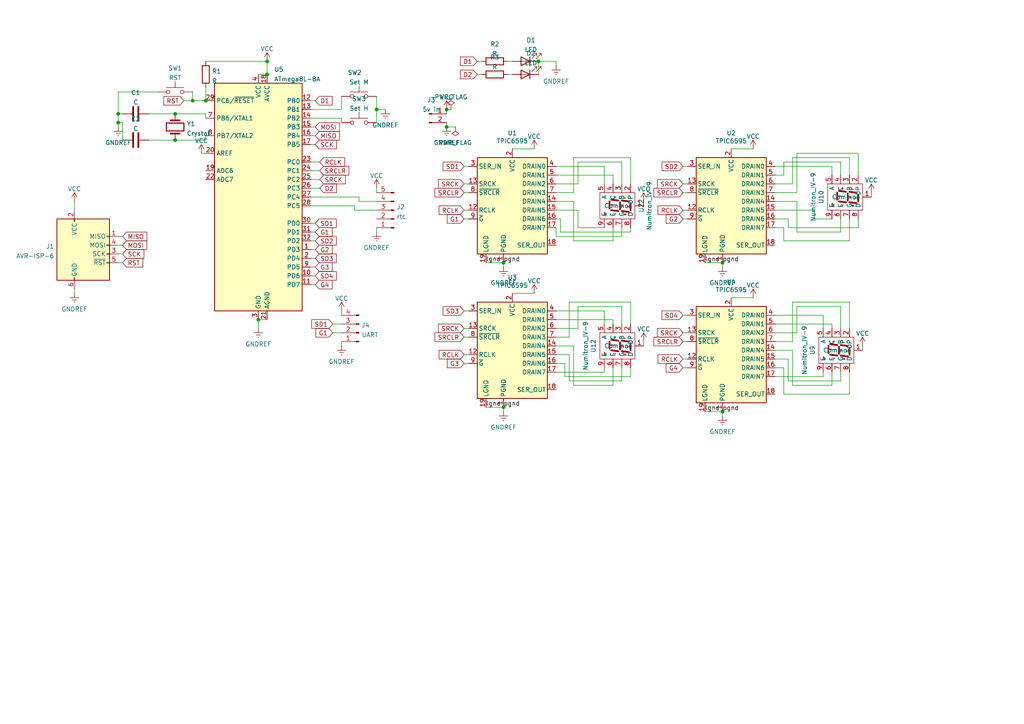
<source format=kicad_sch>
(kicad_sch (version 20211123) (generator eeschema)
  (paper "A4")
  (lib_symbols
    (symbol "Connector:AVR-ISP-6" (pin_names (offset 1.016))
      (property "Reference" "J" (at -6.35 11.43 0))
      (property "Value" "AVR-ISP-6" (at 0 11.43 0))
      (symbol "AVR-ISP-6_0_1"
        (rectangle (start -2.667 -6.858) (end -2.413 -7.62))
        (rectangle (start -2.667 10.16) (end -2.413 9.398))
        (rectangle (start 7.62 -2.413) (end 6.858 -2.667))
        (rectangle (start 7.62 0.127) (end 6.858 -0.127))
        (rectangle (start 7.62 2.667) (end 6.858 2.413))
        (rectangle (start 7.62 5.207) (end 6.858 4.953))
        (rectangle (start 7.62 10.16) (end -7.62 -7.62) (stroke (width 0.254)) (fill (type background)))
      )
      (symbol "AVR-ISP-6_1_1"
        (pin passive line (at 10.16 5.08 180) (length 2.54) (name "MISO") (number "1"))
        (pin passive line (at -2.54 12.7 270) (length 2.54) (name "VCC") (number "2"))
        (pin passive line (at 10.16 0 180) (length 2.54) (name "SCK") (number "3"))
        (pin passive line (at 10.16 2.54 180) (length 2.54) (name "MOSI") (number "4"))
        (pin passive line (at 10.16 -2.54 180) (length 2.54) (name "~{RST}") (number "5"))
        (pin passive line (at -2.54 -10.16 90) (length 2.54) (name "GND") (number "6"))
      )
    )
    (symbol "Connector:Conn_01x02_Male" (pin_names (offset 1.016) hide)
      (property "Reference" "J" (at 0 2.54 0))
      (property "Value" "Conn_01x02_Male" (at 0 -5.08 0))
      (symbol "Conn_01x02_Male_1_1"
        (polyline (pts (xy 1.27 -2.54) (xy 0.8636 -2.54)) (stroke (width 0.1524)))
        (polyline (pts (xy 1.27 0) (xy 0.8636 0)) (stroke (width 0.1524)))
        (rectangle (start 0.8636 -2.413) (end 0 -2.667) (stroke (width 0.1524)) (fill (type outline)))
        (rectangle (start 0.8636 0.127) (end 0 -0.127) (stroke (width 0.1524)) (fill (type outline)))
        (pin passive line (at 5.08 0 180) (length 3.81) (name "Pin_1") (number "1"))
        (pin passive line (at 5.08 -2.54 180) (length 3.81) (name "Pin_2") (number "2"))
      )
    )
    (symbol "Connector:Conn_01x04_Male" (pin_names (offset 1.016) hide)
      (property "Reference" "J" (at 0 5.08 0))
      (property "Value" "Conn_01x04_Male" (at 0 -7.62 0))
      (symbol "Conn_01x04_Male_1_1"
        (polyline (pts (xy 1.27 -5.08) (xy 0.8636 -5.08)) (stroke (width 0.1524)))
        (polyline (pts (xy 1.27 -2.54) (xy 0.8636 -2.54)) (stroke (width 0.1524)))
        (polyline (pts (xy 1.27 0) (xy 0.8636 0)) (stroke (width 0.1524)))
        (polyline (pts (xy 1.27 2.54) (xy 0.8636 2.54)) (stroke (width 0.1524)))
        (rectangle (start 0.8636 -4.953) (end 0 -5.207) (stroke (width 0.1524)) (fill (type outline)))
        (rectangle (start 0.8636 -2.413) (end 0 -2.667) (stroke (width 0.1524)) (fill (type outline)))
        (rectangle (start 0.8636 0.127) (end 0 -0.127) (stroke (width 0.1524)) (fill (type outline)))
        (rectangle (start 0.8636 2.667) (end 0 2.413) (stroke (width 0.1524)) (fill (type outline)))
        (pin passive line (at 5.08 2.54 180) (length 3.81) (name "Pin_1") (number "1"))
        (pin passive line (at 5.08 0 180) (length 3.81) (name "Pin_2") (number "2"))
        (pin passive line (at 5.08 -2.54 180) (length 3.81) (name "Pin_3") (number "3"))
        (pin passive line (at 5.08 -5.08 180) (length 3.81) (name "Pin_4") (number "4"))
      )
    )
    (symbol "Connector:Conn_01x05_Male" (pin_names (offset 1.016) hide)
      (property "Reference" "J" (at 0 7.62 0))
      (property "Value" "Conn_01x05_Male" (at 0 -7.62 0))
      (symbol "Conn_01x05_Male_1_1"
        (polyline (pts (xy 1.27 -5.08) (xy 0.8636 -5.08)) (stroke (width 0.1524)))
        (polyline (pts (xy 1.27 -2.54) (xy 0.8636 -2.54)) (stroke (width 0.1524)))
        (polyline (pts (xy 1.27 0) (xy 0.8636 0)) (stroke (width 0.1524)))
        (polyline (pts (xy 1.27 2.54) (xy 0.8636 2.54)) (stroke (width 0.1524)))
        (polyline (pts (xy 1.27 5.08) (xy 0.8636 5.08)) (stroke (width 0.1524)))
        (rectangle (start 0.8636 -4.953) (end 0 -5.207) (stroke (width 0.1524)) (fill (type outline)))
        (rectangle (start 0.8636 -2.413) (end 0 -2.667) (stroke (width 0.1524)) (fill (type outline)))
        (rectangle (start 0.8636 0.127) (end 0 -0.127) (stroke (width 0.1524)) (fill (type outline)))
        (rectangle (start 0.8636 2.667) (end 0 2.413) (stroke (width 0.1524)) (fill (type outline)))
        (rectangle (start 0.8636 5.207) (end 0 4.953) (stroke (width 0.1524)) (fill (type outline)))
        (pin passive line (at 5.08 5.08 180) (length 3.81) (name "Pin_1") (number "1"))
        (pin passive line (at 5.08 2.54 180) (length 3.81) (name "Pin_2") (number "2"))
        (pin passive line (at 5.08 0 180) (length 3.81) (name "Pin_3") (number "3"))
        (pin passive line (at 5.08 -2.54 180) (length 3.81) (name "Pin_4") (number "4"))
        (pin passive line (at 5.08 -5.08 180) (length 3.81) (name "Pin_5") (number "5"))
      )
    )
    (symbol "Device:C" (pin_numbers hide) (pin_names (offset 0.254))
      (property "Reference" "C" (at 0.635 2.54 0))
      (property "Value" "C" (at 0.635 -2.54 0))
      (symbol "C_0_1"
        (polyline (pts (xy -2.032 -0.762) (xy 2.032 -0.762)) (stroke (width 0.508)))
        (polyline (pts (xy -2.032 0.762) (xy 2.032 0.762)) (stroke (width 0.508)))
      )
      (symbol "C_1_1"
        (pin passive line (at 0 3.81 270) (length 2.794) (name "~") (number "1"))
        (pin passive line (at 0 -3.81 90) (length 2.794) (name "~") (number "2"))
      )
    )
    (symbol "Device:Crystal" (pin_numbers hide) (pin_names (offset 1.016) hide)
      (property "Reference" "Y" (at 0 3.81 0))
      (property "Value" "Crystal" (at 0 -3.81 0))
      (symbol "Crystal_0_1"
        (rectangle (start -1.143 2.54) (end 1.143 -2.54) (stroke (width 0.3048)))
        (polyline (pts (xy -2.54 0) (xy -1.905 0)))
        (polyline (pts (xy -1.905 -1.27) (xy -1.905 1.27)) (stroke (width 0.508)))
        (polyline (pts (xy 1.905 -1.27) (xy 1.905 1.27)) (stroke (width 0.508)))
        (polyline (pts (xy 2.54 0) (xy 1.905 0)))
      )
      (symbol "Crystal_1_1"
        (pin passive line (at -3.81 0 0) (length 1.27) (name "1") (number "1"))
        (pin passive line (at 3.81 0 180) (length 1.27) (name "2") (number "2"))
      )
    )
    (symbol "Device:LED" (pin_numbers hide) (pin_names (offset 1.016) hide)
      (property "Reference" "D" (at 0 2.54 0))
      (property "Value" "LED" (at 0 -2.54 0))
      (symbol "LED_0_1"
        (polyline (pts (xy -1.27 -1.27) (xy -1.27 1.27)) (stroke (width 0.254)))
        (polyline (pts (xy -1.27 0) (xy 1.27 0)))
        (polyline (pts (xy 1.27 -1.27) (xy 1.27 1.27) (xy -1.27 0) (xy 1.27 -1.27)) (stroke (width 0.254)))
        (polyline (pts (xy -3.048 -0.762) (xy -4.572 -2.286) (xy -3.81 -2.286) (xy -4.572 -2.286) (xy -4.572 -1.524)))
        (polyline (pts (xy -1.778 -0.762) (xy -3.302 -2.286) (xy -2.54 -2.286) (xy -3.302 -2.286) (xy -3.302 -1.524)))
      )
      (symbol "LED_1_1"
        (pin passive line (at -3.81 0 0) (length 2.54) (name "K") (number "1"))
        (pin passive line (at 3.81 0 180) (length 2.54) (name "A") (number "2"))
      )
    )
    (symbol "Device:R" (pin_numbers hide) (pin_names (offset 0))
      (property "Reference" "R" (at 2.032 0 90))
      (property "Value" "R" (at 0 0 90))
      (symbol "R_0_1"
        (rectangle (start -1.016 -2.54) (end 1.016 2.54) (stroke (width 0.254)))
      )
      (symbol "R_1_1"
        (pin passive line (at 0 3.81 270) (length 1.27) (name "~") (number "1"))
        (pin passive line (at 0 -3.81 90) (length 1.27) (name "~") (number "2"))
      )
    )
    (symbol "Interface_Expansion:TPIC6595" (pin_names (offset 0.381))
      (property "Reference" "U" (at -8.89 13.97 0))
      (property "Value" "TPIC6595" (at 6.35 13.97 0))
      (symbol "TPIC6595_0_1"
        (rectangle (start -10.16 12.7) (end 10.16 -15.24) (stroke (width 0.254)) (fill (type background)))
      )
      (symbol "TPIC6595_1_1"
        (pin power_in line (at -2.54 -17.78 90) (length 2.54) (name "PGND") (number "1"))
        (pin passive line (at -2.54 -17.78 90) (length 2.54) hide (name "PGND") (number "10"))
        (pin passive line (at -2.54 -17.78 90) (length 2.54) hide (name "PGND") (number "11"))
        (pin input line (at -12.7 -2.54 0) (length 2.54) (name "RCLK") (number "12"))
        (pin input line (at -12.7 5.08 0) (length 2.54) (name "SRCK") (number "13"))
        (pin open_collector line (at 12.7 0 180) (length 2.54) (name "DRAIN4") (number "14"))
        (pin open_collector line (at 12.7 -2.54 180) (length 2.54) (name "DRAIN5") (number "15"))
        (pin open_collector line (at 12.7 -5.08 180) (length 2.54) (name "DRAIN6") (number "16"))
        (pin open_collector line (at 12.7 -7.62 180) (length 2.54) (name "DRAIN7") (number "17"))
        (pin output line (at 12.7 -12.7 180) (length 2.54) (name "SER_OUT") (number "18"))
        (pin power_in line (at -7.62 -17.78 90) (length 2.54) (name "LGND") (number "19"))
        (pin power_in line (at 0 15.24 270) (length 2.54) (name "VCC") (number "2"))
        (pin passive line (at -2.54 -17.78 90) (length 2.54) hide (name "PGND") (number "20"))
        (pin input line (at -12.7 10.16 0) (length 2.54) (name "SER_IN") (number "3"))
        (pin open_collector line (at 12.7 10.16 180) (length 2.54) (name "DRAIN0") (number "4"))
        (pin open_collector line (at 12.7 7.62 180) (length 2.54) (name "DRAIN1") (number "5"))
        (pin open_collector line (at 12.7 5.08 180) (length 2.54) (name "DRAIN2") (number "6"))
        (pin open_collector line (at 12.7 2.54 180) (length 2.54) (name "DRAIN3") (number "7"))
        (pin input line (at -12.7 2.54 0) (length 2.54) (name "~{SRCLR}") (number "8"))
        (pin input line (at -12.7 -5.08 0) (length 2.54) (name "~{G}") (number "9"))
      )
    )
    (symbol "MCU_Microchip_ATmega:ATmega8L-8A"
      (property "Reference" "U" (at -12.7 34.29 0))
      (property "Value" "ATmega8L-8A" (at 5.08 -34.29 0))
      (symbol "ATmega8L-8A_0_1"
        (rectangle (start -12.7 -33.02) (end 12.7 33.02) (stroke (width 0.254)) (fill (type background)))
      )
      (symbol "ATmega8L-8A_1_1"
        (pin bidirectional line (at 15.24 -15.24 180) (length 2.54) (name "PD3") (number "1"))
        (pin bidirectional line (at 15.24 -22.86 180) (length 2.54) (name "PD6") (number "10"))
        (pin bidirectional line (at 15.24 -25.4 180) (length 2.54) (name "PD7") (number "11"))
        (pin bidirectional line (at 15.24 27.94 180) (length 2.54) (name "PB0") (number "12"))
        (pin bidirectional line (at 15.24 25.4 180) (length 2.54) (name "PB1") (number "13"))
        (pin bidirectional line (at 15.24 22.86 180) (length 2.54) (name "PB2") (number "14"))
        (pin bidirectional line (at 15.24 20.32 180) (length 2.54) (name "PB3") (number "15"))
        (pin bidirectional line (at 15.24 17.78 180) (length 2.54) (name "PB4") (number "16"))
        (pin bidirectional line (at 15.24 15.24 180) (length 2.54) (name "PB5") (number "17"))
        (pin power_in line (at 2.54 35.56 270) (length 2.54) (name "AVCC") (number "18"))
        (pin input line (at -15.24 7.62 0) (length 2.54) (name "ADC6") (number "19"))
        (pin bidirectional line (at 15.24 -17.78 180) (length 2.54) (name "PD4") (number "2"))
        (pin passive line (at -15.24 12.7 0) (length 2.54) (name "AREF") (number "20"))
        (pin power_in line (at 2.54 -35.56 90) (length 2.54) (name "AGND") (number "21"))
        (pin input line (at -15.24 5.08 0) (length 2.54) (name "ADC7") (number "22"))
        (pin bidirectional line (at 15.24 10.16 180) (length 2.54) (name "PC0") (number "23"))
        (pin bidirectional line (at 15.24 7.62 180) (length 2.54) (name "PC1") (number "24"))
        (pin bidirectional line (at 15.24 5.08 180) (length 2.54) (name "PC2") (number "25"))
        (pin bidirectional line (at 15.24 2.54 180) (length 2.54) (name "PC3") (number "26"))
        (pin bidirectional line (at 15.24 0 180) (length 2.54) (name "PC4") (number "27"))
        (pin bidirectional line (at 15.24 -2.54 180) (length 2.54) (name "PC5") (number "28"))
        (pin bidirectional line (at -15.24 27.94 0) (length 2.54) (name "PC6/~{RESET}") (number "29"))
        (pin power_in line (at 0 -35.56 90) (length 2.54) (name "GND") (number "3"))
        (pin bidirectional line (at 15.24 -7.62 180) (length 2.54) (name "PD0") (number "30"))
        (pin bidirectional line (at 15.24 -10.16 180) (length 2.54) (name "PD1") (number "31"))
        (pin bidirectional line (at 15.24 -12.7 180) (length 2.54) (name "PD2") (number "32"))
        (pin power_in line (at 0 35.56 270) (length 2.54) (name "VCC") (number "4"))
        (pin passive line (at 0 -35.56 90) (length 2.54) hide (name "GND") (number "5"))
        (pin passive line (at 0 35.56 270) (length 2.54) hide (name "VCC") (number "6"))
        (pin bidirectional line (at -15.24 22.86 0) (length 2.54) (name "PB6/XTAL1") (number "7"))
        (pin bidirectional line (at -15.24 17.78 0) (length 2.54) (name "PB7/XTAL2") (number "8"))
        (pin bidirectional line (at 15.24 -20.32 180) (length 2.54) (name "PD5") (number "9"))
      )
    )
    (symbol "Switch:SW_Push" (pin_numbers hide) (pin_names (offset 1.016) hide)
      (property "Reference" "SW" (at 1.27 2.54 0))
      (property "Value" "SW_Push" (at 0 -1.524 0))
      (symbol "SW_Push_0_1"
        (circle (center -2.032 0) (radius 0.508))
        (polyline (pts (xy 0 1.27) (xy 0 3.048)))
        (polyline (pts (xy 2.54 1.27) (xy -2.54 1.27)))
        (circle (center 2.032 0) (radius 0.508))
        (pin passive line (at -5.08 0 0) (length 2.54) (name "1") (number "1"))
        (pin passive line (at 5.08 0 180) (length 2.54) (name "2") (number "2"))
      )
    )
    (symbol "numitron:Numitron_IV-9-Display" (pin_names (offset 0.635))
      (property "Reference" "U" (at -2.54 13.97 0))
      (property "Value" "Numitron_IV-9-Display" (at 1.27 13.97 0))
      (symbol "Numitron_IV-9-Display_0_0"
        (text "A" (at 0.254 3.048 0) (effects (font (size 0.508 0.508))))
        (text "B" (at 2.54 2.286 0) (effects (font (size 0.508 0.508))))
        (text "C" (at 2.286 -0.762 0) (effects (font (size 0.508 0.508))))
        (text "D" (at -0.254 -1.524 0) (effects (font (size 0.508 0.508))))
        (text "DP" (at 2.286 -3.556 0) (effects (font (size 0.508 0.508))))
        (text "E" (at -2.54 -0.762 0) (effects (font (size 0.508 0.508))))
        (text "F" (at -2.286 2.286 0) (effects (font (size 0.508 0.508))))
        (text "G" (at 0 1.524 0) (effects (font (size 0.508 0.508))))
      )
      (symbol "Numitron_IV-9-Display_0_1"
        (rectangle (start -3.81 5.08) (end 3.81 -5.08))
        (polyline (pts (xy -1.524 0.254) (xy -1.778 -1.778)) (stroke (width 0.508)))
        (polyline (pts (xy -1.27 -2.286) (xy 0.762 -2.286)) (stroke (width 0.508)))
        (polyline (pts (xy -1.27 3.302) (xy -1.524 1.27)) (stroke (width 0.508)))
        (polyline (pts (xy -1.016 0.762) (xy 1.016 0.762)) (stroke (width 0.508)))
        (polyline (pts (xy -0.762 3.81) (xy 1.27 3.81)) (stroke (width 0.508)))
        (polyline (pts (xy 1.524 0.254) (xy 1.27 -1.778)) (stroke (width 0.508)))
        (polyline (pts (xy 1.778 3.302) (xy 1.524 1.27)) (stroke (width 0.508)))
        (polyline (pts (xy 2.54 -2.286) (xy 2.54 -2.286)) (stroke (width 0.508)))
      )
      (symbol "Numitron_IV-9-Display_1_1"
        (pin passive line (at 0 7.62 270) (length 2.54) (name "Common") (number "1"))
        (pin passive line (at -6.35 3.81 0) (length 2.54) (name "DP") (number "2"))
        (pin passive line (at -6.35 1.27 0) (length 2.54) (name "B") (number "3"))
        (pin passive line (at -6.35 -1.27 0) (length 2.54) (name "C") (number "4"))
        (pin passive line (at -6.35 -3.81 0) (length 2.54) (name "A") (number "5"))
        (pin passive line (at 6.35 -1.27 180) (length 2.54) (name "F") (number "6"))
        (pin passive line (at 6.35 1.27 180) (length 2.54) (name "G") (number "7"))
        (pin passive line (at 6.35 3.81 180) (length 2.54) (name "D") (number "8"))
        (pin passive line (at 6.35 -3.81 180) (length 2.54) (name "E") (number "9"))
      )
    )
    (symbol "power:GNDREF" (power) (pin_names (offset 0))
      (property "Value" "GNDREF" (at 0 -3.81 0))
      (symbol "GNDREF_0_1"
        (polyline (pts (xy -0.635 -1.905) (xy 0.635 -1.905)))
        (polyline (pts (xy -0.127 -2.54) (xy 0.127 -2.54)))
        (polyline (pts (xy 0 -1.27) (xy 0 0)))
        (polyline (pts (xy 1.27 -1.27) (xy -1.27 -1.27)))
      )
      (symbol "GNDREF_1_1"
        (pin power_in line (at 0 0 270) (length 0) hide (name "GNDREF") (number "1"))
      )
    )
    (symbol "power:PWR_FLAG" (power) (pin_numbers hide) (pin_names (offset 0) hide)
      (property "Value" "PWR_FLAG" (at 0 3.81 0))
      (symbol "PWR_FLAG_0_0"
        (pin power_out line (at 0 0 90) (length 0) (name "pwr") (number "1"))
      )
      (symbol "PWR_FLAG_0_1"
        (polyline (pts (xy 0 0) (xy 0 1.27) (xy -1.016 1.905) (xy 0 2.54) (xy 1.016 1.905) (xy 0 1.27)))
      )
    )
    (symbol "power:VCC" (power) (pin_names (offset 0))
      (property "Value" "VCC" (at 0 3.81 0))
      (symbol "VCC_0_1"
        (polyline (pts (xy -0.762 1.27) (xy 0 2.54)))
        (polyline (pts (xy 0 0) (xy 0 2.54)))
        (polyline (pts (xy 0 2.54) (xy 0.762 1.27)))
      )
      (symbol "VCC_1_1"
        (pin power_in line (at 0 0 90) (length 0) hide (name "VCC") (number "1"))
      )
    )
  )
  (junction (at 34.29 33.02))
  (junction (at 129.54 31.75))
  (junction (at 50.8 40.64))
  (junction (at 209.55 119.38))
  (junction (at 77.47 17.78))
  (junction (at 146.05 118.11))
  (junction (at 209.55 76.2))
  (junction (at 109.22 31.75))
  (junction (at 59.69 29.21))
  (junction (at 146.05 76.2))
  (junction (at 74.93 92.71))
  (junction (at 77.47 21.59))
  (junction (at 129.54 36.83))
  (junction (at 55.88 29.21))
  (junction (at 50.8 33.02))
  (junction (at 156.21 17.78))
  (junction (at 34.29 35.56))
  (wire (pts (xy 198.12 60.96) (xy 199.39 60.96)))
  (wire (pts (xy 161.29 17.78) (xy 161.29 19.05)))
  (wire (pts (xy 21.59 83.82) (xy 21.59 85.09)))
  (wire (pts (xy 43.18 40.64) (xy 50.8 40.64)))
  (wire (pts (xy 90.17 41.91) (xy 91.44 41.91)))
  (wire (pts (xy 241.3 111.76) (xy 241.3 107.95)))
  (wire (pts (xy 167.64 88.9) (xy 180.34 88.9)))
  (wire (pts (xy 229.87 101.6) (xy 229.87 111.76)))
  (wire (pts (xy 156.21 17.78) (xy 156.21 21.59)))
  (wire (pts (xy 163.83 105.41) (xy 163.83 109.22)))
  (wire (pts (xy 180.34 110.49) (xy 180.34 106.68)))
  (wire (pts (xy 224.79 91.44) (xy 238.76 91.44)))
  (wire (pts (xy 165.1 87.63) (xy 182.88 87.63)))
  (wire (pts (xy 227.33 69.85) (xy 246.38 69.85)))
  (wire (pts (xy 43.18 33.02) (xy 50.8 33.02)))
  (wire (pts (xy 161.29 66.04) (xy 161.29 68.58)))
  (wire (pts (xy 59.69 33.02) (xy 59.69 34.29)))
  (wire (pts (xy 198.12 63.5) (xy 199.39 63.5)))
  (wire (pts (xy 182.88 87.63) (xy 182.88 93.98)))
  (wire (pts (xy 90.17 82.55) (xy 91.44 82.55)))
  (wire (pts (xy 224.79 53.34) (xy 229.87 53.34)))
  (wire (pts (xy 109.22 27.94) (xy 109.22 31.75)))
  (wire (pts (xy 224.79 109.22) (xy 238.76 109.22)))
  (wire (pts (xy 129.54 35.56) (xy 129.54 36.83)))
  (wire (pts (xy 59.69 33.02) (xy 50.8 33.02)))
  (wire (pts (xy 198.12 96.52) (xy 199.39 96.52)))
  (wire (pts (xy 161.29 50.8) (xy 177.8 50.8)))
  (wire (pts (xy 55.88 26.67) (xy 55.88 29.21)))
  (wire (pts (xy 161.29 63.5) (xy 162.56 63.5)))
  (wire (pts (xy 231.14 67.31) (xy 243.84 67.31)))
  (wire (pts (xy 177.8 50.8) (xy 177.8 53.34)))
  (wire (pts (xy 90.17 72.39) (xy 91.44 72.39)))
  (wire (pts (xy 96.52 96.52) (xy 99.06 96.52)))
  (wire (pts (xy 180.34 88.9) (xy 180.34 93.98)))
  (wire (pts (xy 224.79 106.68) (xy 227.33 106.68)))
  (wire (pts (xy 198.12 53.34) (xy 199.39 53.34)))
  (wire (pts (xy 166.37 45.72) (xy 182.88 45.72)))
  (wire (pts (xy 186.69 99.06) (xy 186.69 100.33)))
  (wire (pts (xy 236.22 60.96) (xy 236.22 63.5)))
  (wire (pts (xy 238.76 91.44) (xy 238.76 95.25)))
  (wire (pts (xy 228.6 66.04) (xy 248.92 66.04)))
  (wire (pts (xy 90.17 31.75) (xy 99.06 31.75)))
  (wire (pts (xy 53.34 29.21) (xy 55.88 29.21)))
  (wire (pts (xy 161.29 107.95) (xy 175.26 107.95)))
  (wire (pts (xy 246.38 87.63) (xy 246.38 95.25)))
  (wire (pts (xy 212.09 43.18) (xy 218.44 43.18)))
  (wire (pts (xy 229.87 99.06) (xy 229.87 87.63)))
  (wire (pts (xy 138.43 17.78) (xy 139.7 17.78)))
  (wire (pts (xy 166.37 100.33) (xy 166.37 111.76)))
  (wire (pts (xy 227.33 50.8) (xy 227.33 46.99)))
  (wire (pts (xy 175.26 48.26) (xy 175.26 53.34)))
  (wire (pts (xy 161.29 92.71) (xy 177.8 92.71)))
  (wire (pts (xy 227.33 66.04) (xy 227.33 69.85)))
  (wire (pts (xy 102.87 60.96) (xy 109.22 60.96)))
  (wire (pts (xy 104.14 58.42) (xy 109.22 58.42)))
  (wire (pts (xy 182.88 67.31) (xy 182.88 66.04)))
  (wire (pts (xy 212.09 86.36) (xy 218.44 86.36)))
  (wire (pts (xy 140.97 118.11) (xy 146.05 118.11)))
  (wire (pts (xy 228.6 63.5) (xy 228.6 66.04)))
  (wire (pts (xy 162.56 67.31) (xy 182.88 67.31)))
  (wire (pts (xy 34.29 26.67) (xy 34.29 33.02)))
  (wire (pts (xy 134.62 97.79) (xy 135.89 97.79)))
  (wire (pts (xy 146.05 118.11) (xy 146.05 119.38)))
  (wire (pts (xy 238.76 109.22) (xy 238.76 107.95)))
  (wire (pts (xy 34.29 73.66) (xy 35.56 73.66)))
  (wire (pts (xy 161.29 105.41) (xy 163.83 105.41)))
  (wire (pts (xy 198.12 91.44) (xy 199.39 91.44)))
  (wire (pts (xy 74.93 21.59) (xy 77.47 21.59)))
  (wire (pts (xy 198.12 99.06) (xy 199.39 99.06)))
  (wire (pts (xy 156.21 17.78) (xy 161.29 17.78)))
  (wire (pts (xy 21.59 58.42) (xy 21.59 60.96)))
  (wire (pts (xy 34.29 33.02) (xy 34.29 35.56)))
  (wire (pts (xy 228.6 104.14) (xy 228.6 110.49)))
  (wire (pts (xy 161.29 55.88) (xy 166.37 55.88)))
  (wire (pts (xy 209.55 119.38) (xy 209.55 120.65)))
  (wire (pts (xy 90.17 39.37) (xy 91.44 39.37)))
  (wire (pts (xy 241.3 48.26) (xy 241.3 50.8)))
  (wire (pts (xy 138.43 21.59) (xy 139.7 21.59)))
  (wire (pts (xy 166.37 55.88) (xy 166.37 45.72)))
  (wire (pts (xy 248.92 66.04) (xy 248.92 63.5)))
  (wire (pts (xy 246.38 114.3) (xy 246.38 107.95)))
  (wire (pts (xy 90.17 57.15) (xy 104.14 57.15)))
  (wire (pts (xy 35.56 33.02) (xy 34.29 33.02)))
  (wire (pts (xy 161.29 102.87) (xy 165.1 102.87)))
  (wire (pts (xy 147.32 17.78) (xy 148.59 17.78)))
  (wire (pts (xy 162.56 63.5) (xy 162.56 67.31)))
  (wire (pts (xy 177.8 69.85) (xy 177.8 66.04)))
  (wire (pts (xy 90.17 54.61) (xy 92.71 54.61)))
  (wire (pts (xy 177.8 92.71) (xy 177.8 93.98)))
  (wire (pts (xy 182.88 109.22) (xy 182.88 106.68)))
  (wire (pts (xy 180.34 68.58) (xy 180.34 66.04)))
  (wire (pts (xy 182.88 45.72) (xy 182.88 53.34)))
  (wire (pts (xy 99.06 31.75) (xy 99.06 27.94)))
  (wire (pts (xy 224.79 63.5) (xy 228.6 63.5)))
  (wire (pts (xy 227.33 114.3) (xy 246.38 114.3)))
  (wire (pts (xy 90.17 49.53) (xy 92.71 49.53)))
  (wire (pts (xy 167.64 66.04) (xy 175.26 66.04)))
  (wire (pts (xy 134.62 95.25) (xy 135.89 95.25)))
  (wire (pts (xy 90.17 67.31) (xy 91.44 67.31)))
  (wire (pts (xy 231.14 58.42) (xy 231.14 67.31)))
  (wire (pts (xy 224.79 104.14) (xy 228.6 104.14)))
  (wire (pts (xy 167.64 46.99) (xy 180.34 46.99)))
  (wire (pts (xy 34.29 76.2) (xy 35.56 76.2)))
  (wire (pts (xy 243.84 67.31) (xy 243.84 63.5)))
  (wire (pts (xy 161.29 60.96) (xy 167.64 60.96)))
  (wire (pts (xy 166.37 58.42) (xy 166.37 69.85)))
  (wire (pts (xy 134.62 105.41) (xy 135.89 105.41)))
  (wire (pts (xy 229.87 53.34) (xy 229.87 45.72)))
  (wire (pts (xy 246.38 45.72) (xy 246.38 50.8)))
  (wire (pts (xy 252.73 55.88) (xy 252.73 57.15)))
  (wire (pts (xy 175.26 107.95) (xy 175.26 106.68)))
  (wire (pts (xy 180.34 46.99) (xy 180.34 53.34)))
  (wire (pts (xy 99.06 34.29) (xy 99.06 35.56)))
  (wire (pts (xy 161.29 100.33) (xy 166.37 100.33)))
  (wire (pts (xy 134.62 63.5) (xy 135.89 63.5)))
  (wire (pts (xy 129.54 36.83) (xy 132.08 36.83)))
  (wire (pts (xy 228.6 110.49) (xy 243.84 110.49)))
  (wire (pts (xy 129.54 31.75) (xy 130.81 31.75)))
  (wire (pts (xy 134.62 60.96) (xy 135.89 60.96)))
  (wire (pts (xy 229.87 87.63) (xy 246.38 87.63)))
  (wire (pts (xy 134.62 53.34) (xy 135.89 53.34)))
  (wire (pts (xy 35.56 35.56) (xy 34.29 35.56)))
  (wire (pts (xy 236.22 63.5) (xy 241.3 63.5)))
  (wire (pts (xy 99.06 90.17) (xy 99.06 91.44)))
  (wire (pts (xy 161.29 95.25) (xy 167.64 95.25)))
  (wire (pts (xy 146.05 76.2) (xy 146.05 77.47)))
  (wire (pts (xy 50.8 40.64) (xy 59.69 40.64)))
  (wire (pts (xy 74.93 92.71) (xy 77.47 92.71)))
  (wire (pts (xy 224.79 60.96) (xy 236.22 60.96)))
  (wire (pts (xy 34.29 68.58) (xy 35.56 68.58)))
  (wire (pts (xy 134.62 102.87) (xy 135.89 102.87)))
  (wire (pts (xy 229.87 111.76) (xy 241.3 111.76)))
  (wire (pts (xy 55.88 29.21) (xy 59.69 29.21)))
  (wire (pts (xy 34.29 35.56) (xy 34.29 36.83)))
  (wire (pts (xy 90.17 69.85) (xy 91.44 69.85)))
  (wire (pts (xy 90.17 80.01) (xy 91.44 80.01)))
  (wire (pts (xy 166.37 69.85) (xy 177.8 69.85)))
  (wire (pts (xy 163.83 109.22) (xy 182.88 109.22)))
  (wire (pts (xy 198.12 55.88) (xy 199.39 55.88)))
  (wire (pts (xy 224.79 50.8) (xy 227.33 50.8)))
  (wire (pts (xy 186.69 58.42) (xy 186.69 59.69)))
  (wire (pts (xy 134.62 90.17) (xy 135.89 90.17)))
  (wire (pts (xy 167.64 53.34) (xy 167.64 46.99)))
  (wire (pts (xy 77.47 17.78) (xy 77.47 21.59)))
  (wire (pts (xy 204.47 119.38) (xy 209.55 119.38)))
  (wire (pts (xy 165.1 110.49) (xy 180.34 110.49)))
  (wire (pts (xy 109.22 54.61) (xy 109.22 55.88)))
  (wire (pts (xy 250.19 100.33) (xy 250.19 101.6)))
  (wire (pts (xy 243.84 110.49) (xy 243.84 107.95)))
  (wire (pts (xy 231.14 44.45) (xy 248.92 44.45)))
  (wire (pts (xy 59.69 17.78) (xy 77.47 17.78)))
  (wire (pts (xy 167.64 60.96) (xy 167.64 66.04)))
  (wire (pts (xy 248.92 44.45) (xy 248.92 50.8)))
  (wire (pts (xy 161.29 97.79) (xy 165.1 97.79)))
  (wire (pts (xy 99.06 99.06) (xy 99.06 100.33)))
  (wire (pts (xy 90.17 77.47) (xy 91.44 77.47)))
  (wire (pts (xy 148.59 85.09) (xy 154.94 85.09)))
  (wire (pts (xy 102.87 59.69) (xy 102.87 60.96)))
  (wire (pts (xy 246.38 69.85) (xy 246.38 63.5)))
  (wire (pts (xy 204.47 76.2) (xy 209.55 76.2)))
  (wire (pts (xy 90.17 52.07) (xy 92.71 52.07)))
  (wire (pts (xy 161.29 90.17) (xy 175.26 90.17)))
  (wire (pts (xy 129.54 31.75) (xy 129.54 33.02)))
  (wire (pts (xy 148.59 43.18) (xy 154.94 43.18)))
  (wire (pts (xy 140.97 76.2) (xy 146.05 76.2)))
  (wire (pts (xy 74.93 92.71) (xy 74.93 95.25)))
  (wire (pts (xy 104.14 57.15) (xy 104.14 58.42)))
  (wire (pts (xy 224.79 99.06) (xy 229.87 99.06)))
  (wire (pts (xy 243.84 88.9) (xy 243.84 95.25)))
  (wire (pts (xy 243.84 46.99) (xy 243.84 50.8)))
  (wire (pts (xy 227.33 106.68) (xy 227.33 114.3)))
  (wire (pts (xy 90.17 59.69) (xy 102.87 59.69)))
  (wire (pts (xy 90.17 74.93) (xy 91.44 74.93)))
  (wire (pts (xy 224.79 48.26) (xy 241.3 48.26)))
  (wire (pts (xy 161.29 53.34) (xy 167.64 53.34)))
  (wire (pts (xy 161.29 68.58) (xy 180.34 68.58)))
  (wire (pts (xy 231.14 96.52) (xy 231.14 88.9)))
  (wire (pts (xy 165.1 102.87) (xy 165.1 110.49)))
  (wire (pts (xy 224.79 101.6) (xy 229.87 101.6)))
  (wire (pts (xy 109.22 66.04) (xy 109.22 67.31)))
  (wire (pts (xy 175.26 90.17) (xy 175.26 93.98)))
  (wire (pts (xy 241.3 93.98) (xy 241.3 95.25)))
  (wire (pts (xy 166.37 111.76) (xy 177.8 111.76)))
  (wire (pts (xy 224.79 93.98) (xy 241.3 93.98)))
  (wire (pts (xy 34.29 71.12) (xy 35.56 71.12)))
  (wire (pts (xy 35.56 40.64) (xy 35.56 35.56)))
  (wire (pts (xy 224.79 96.52) (xy 231.14 96.52)))
  (wire (pts (xy 224.79 58.42) (xy 231.14 58.42)))
  (wire (pts (xy 90.17 64.77) (xy 91.44 64.77)))
  (wire (pts (xy 209.55 76.2) (xy 209.55 77.47)))
  (wire (pts (xy 231.14 55.88) (xy 231.14 44.45)))
  (wire (pts (xy 134.62 55.88) (xy 135.89 55.88)))
  (wire (pts (xy 96.52 93.98) (xy 99.06 93.98)))
  (wire (pts (xy 45.72 26.67) (xy 34.29 26.67)))
  (wire (pts (xy 224.79 55.88) (xy 231.14 55.88)))
  (wire (pts (xy 90.17 34.29) (xy 99.06 34.29)))
  (wire (pts (xy 227.33 46.99) (xy 243.84 46.99)))
  (wire (pts (xy 161.29 48.26) (xy 175.26 48.26)))
  (wire (pts (xy 167.64 95.25) (xy 167.64 88.9)))
  (wire (pts (xy 147.32 21.59) (xy 148.59 21.59)))
  (wire (pts (xy 229.87 45.72) (xy 246.38 45.72)))
  (wire (pts (xy 90.17 36.83) (xy 91.44 36.83)))
  (wire (pts (xy 231.14 88.9) (xy 243.84 88.9)))
  (wire (pts (xy 90.17 46.99) (xy 92.71 46.99)))
  (wire (pts (xy 177.8 111.76) (xy 177.8 106.68)))
  (wire (pts (xy 58.42 44.45) (xy 59.69 44.45)))
  (wire (pts (xy 134.62 48.26) (xy 135.89 48.26)))
  (wire (pts (xy 59.69 25.4) (xy 59.69 29.21)))
  (wire (pts (xy 198.12 106.68) (xy 199.39 106.68)))
  (wire (pts (xy 90.17 29.21) (xy 91.44 29.21)))
  (wire (pts (xy 109.22 31.75) (xy 111.76 31.75)))
  (wire (pts (xy 165.1 97.79) (xy 165.1 87.63)))
  (wire (pts (xy 161.29 58.42) (xy 166.37 58.42)))
  (wire (pts (xy 109.22 31.75) (xy 109.22 35.56)))
  (wire (pts (xy 198.12 104.14) (xy 199.39 104.14)))
  (wire (pts (xy 198.12 48.26) (xy 199.39 48.26)))
  (wire (pts (xy 224.79 66.04) (xy 227.33 66.04)))
  (wire (pts (xy 59.69 39.37) (xy 59.69 40.64)))
  (label "lgnd" (at 140.97 118.11 0))
  (label "lgnd" (at 140.97 76.2 0))
  (label "lgnd" (at 204.47 119.38 0))
  (label "pgnd" (at 209.55 119.38 0))
  (label "pgnd" (at 146.05 76.2 0))
  (label "pgnd" (at 209.55 76.2 0))
  (label "pgnd" (at 146.05 118.11 0))
  (label "lgnd" (at 204.47 76.2 0))
  (global_label "SD1" (shape input) (at 134.62 48.26 180) (property "Intersheet References" "${INTERSHEET_REFS}" (effects hide)))
  (global_label "SRCK" (shape input) (at 92.71 52.07 0) (property "Intersheet References" "${INTERSHEET_REFS}" (effects hide)))
  (global_label "MISO" (shape input) (at 35.56 68.58 0) (property "Intersheet References" "${INTERSHEET_REFS}" (effects hide)))
  (global_label "SD1" (shape input) (at 91.44 64.77 0) (property "Intersheet References" "${INTERSHEET_REFS}" (effects hide)))
  (global_label "G1" (shape input) (at 96.52 96.52 180) (property "Intersheet References" "${INTERSHEET_REFS}" (effects hide)))
  (global_label "SRCLR" (shape input) (at 134.62 55.88 180) (property "Intersheet References" "${INTERSHEET_REFS}" (effects hide)))
  (global_label "D2" (shape input) (at 92.71 54.61 0) (property "Intersheet References" "${INTERSHEET_REFS}" (effects hide)))
  (global_label "SRCK" (shape input) (at 134.62 95.25 180) (property "Intersheet References" "${INTERSHEET_REFS}" (effects hide)))
  (global_label "RST" (shape input) (at 35.56 76.2 0) (property "Intersheet References" "${INTERSHEET_REFS}" (effects hide)))
  (global_label "MOSI" (shape input) (at 35.56 71.12 0) (property "Intersheet References" "${INTERSHEET_REFS}" (effects hide)))
  (global_label "SD2" (shape input) (at 91.44 69.85 0) (property "Intersheet References" "${INTERSHEET_REFS}" (effects hide)))
  (global_label "RCLK" (shape input) (at 134.62 60.96 180) (property "Intersheet References" "${INTERSHEET_REFS}" (effects hide)))
  (global_label "SD1" (shape input) (at 96.52 93.98 180) (property "Intersheet References" "${INTERSHEET_REFS}" (effects hide)))
  (global_label "MISO" (shape input) (at 91.44 39.37 0) (property "Intersheet References" "${INTERSHEET_REFS}" (effects hide)))
  (global_label "SCK" (shape input) (at 91.44 41.91 0) (property "Intersheet References" "${INTERSHEET_REFS}" (effects hide)))
  (global_label "SRCK" (shape input) (at 134.62 53.34 180) (property "Intersheet References" "${INTERSHEET_REFS}" (effects hide)))
  (global_label "G1" (shape input) (at 134.62 63.5 180) (property "Intersheet References" "${INTERSHEET_REFS}" (effects hide)))
  (global_label "MOSI" (shape input) (at 91.44 36.83 0) (property "Intersheet References" "${INTERSHEET_REFS}" (effects hide)))
  (global_label "SD4" (shape input) (at 198.12 91.44 180) (property "Intersheet References" "${INTERSHEET_REFS}" (effects hide)))
  (global_label "RCLK" (shape input) (at 92.71 46.99 0) (property "Intersheet References" "${INTERSHEET_REFS}" (effects hide)))
  (global_label "G1" (shape input) (at 91.44 67.31 0) (property "Intersheet References" "${INTERSHEET_REFS}" (effects hide)))
  (global_label "SD3" (shape input) (at 134.62 90.17 180) (property "Intersheet References" "${INTERSHEET_REFS}" (effects hide)))
  (global_label "RST" (shape input) (at 53.34 29.21 180) (property "Intersheet References" "${INTERSHEET_REFS}" (effects hide)))
  (global_label "G4" (shape input) (at 91.44 82.55 0) (property "Intersheet References" "${INTERSHEET_REFS}" (effects hide)))
  (global_label "SRCK" (shape input) (at 198.12 53.34 180) (property "Intersheet References" "${INTERSHEET_REFS}" (effects hide)))
  (global_label "SD4" (shape input) (at 91.44 80.01 0) (property "Intersheet References" "${INTERSHEET_REFS}" (effects hide)))
  (global_label "RCLK" (shape input) (at 134.62 102.87 180) (property "Intersheet References" "${INTERSHEET_REFS}" (effects hide)))
  (global_label "G3" (shape input) (at 134.62 105.41 180) (property "Intersheet References" "${INTERSHEET_REFS}" (effects hide)))
  (global_label "SRCLR" (shape input) (at 198.12 55.88 180) (property "Intersheet References" "${INTERSHEET_REFS}" (effects hide)))
  (global_label "SRCLR" (shape input) (at 198.12 99.06 180) (property "Intersheet References" "${INTERSHEET_REFS}" (effects hide)))
  (global_label "D1" (shape input) (at 91.44 29.21 0) (property "Intersheet References" "${INTERSHEET_REFS}" (effects hide)))
  (global_label "SRCK" (shape input) (at 198.12 96.52 180) (property "Intersheet References" "${INTERSHEET_REFS}" (effects hide)))
  (global_label "SRCLR" (shape input) (at 92.71 49.53 0) (property "Intersheet References" "${INTERSHEET_REFS}" (effects hide)))
  (global_label "G3" (shape input) (at 91.44 77.47 0) (property "Intersheet References" "${INTERSHEET_REFS}" (effects hide)))
  (global_label "RCLK" (shape input) (at 198.12 60.96 180) (property "Intersheet References" "${INTERSHEET_REFS}" (effects hide)))
  (global_label "G2" (shape input) (at 91.44 72.39 0) (property "Intersheet References" "${INTERSHEET_REFS}" (effects hide)))
  (global_label "SCK" (shape input) (at 35.56 73.66 0) (property "Intersheet References" "${INTERSHEET_REFS}" (effects hide)))
  (global_label "RCLK" (shape input) (at 198.12 104.14 180) (property "Intersheet References" "${INTERSHEET_REFS}" (effects hide)))
  (global_label "SD2" (shape input) (at 198.12 48.26 180) (property "Intersheet References" "${INTERSHEET_REFS}" (effects hide)))
  (global_label "G4" (shape input) (at 198.12 106.68 180) (property "Intersheet References" "${INTERSHEET_REFS}" (effects hide)))
  (global_label "D1" (shape input) (at 138.43 17.78 180) (property "Intersheet References" "${INTERSHEET_REFS}" (effects hide)))
  (global_label "SRCLR" (shape input) (at 134.62 97.79 180) (property "Intersheet References" "${INTERSHEET_REFS}" (effects hide)))
  (global_label "SD3" (shape input) (at 91.44 74.93 0) (property "Intersheet References" "${INTERSHEET_REFS}" (effects hide)))
  (global_label "D2" (shape input) (at 138.43 21.59 180) (property "Intersheet References" "${INTERSHEET_REFS}" (effects hide)))
  (global_label "G2" (shape input) (at 198.12 63.5 180) (property "Intersheet References" "${INTERSHEET_REFS}" (effects hide)))
  (symbol (lib_id "numitron:Numitron_IV-9-Display") (at 179.07 59.69 270) (unit 1)
    (property "Reference" "U22" (at 186.0042 59.69 0))
    (property "Value" "Numitron_IV-9" (at 188.3156 59.69 0))
    (property "Footprint" "Numitron:numitron iv-9" (effects hide))
    (property "Datasheet" "http://www.kingbright.com/attachments/file/psearch/000/00/00/KCSA02-105(Ver.10A).pdf" (effects hide))
  )
  (symbol (lib_id "Interface_Expansion:TPIC6595") (at 148.59 58.42 0) (unit 1)
    (property "Reference" "U1" (at 148.59 38.5826 0))
    (property "Value" "TPIC6595" (at 148.59 40.894 0))
    (property "Footprint" "Package_DIP:DIP-20_W7.62mm_LongPads" (effects hide))
    (property "Datasheet" "http://www.ti.com/lit/ds/symlink/tpic6595.pdf" (effects hide))
  )
  (symbol (lib_id "numitron:Numitron_IV-9-Display") (at 242.57 101.6 270) (unit 1)
    (property "Reference" "U9" (at 235.6358 101.6 0))
    (property "Value" "Numitron_IV-9" (at 233.3244 101.6 0))
    (property "Footprint" "Numitron:numitron iv-9" (effects hide))
    (property "Datasheet" "http://www.kingbright.com/attachments/file/psearch/000/00/00/KCSA02-105(Ver.10A).pdf" (effects hide))
  )
  (symbol (lib_id "numitron:Numitron_IV-9-Display") (at 245.11 57.15 270) (unit 1)
    (property "Reference" "U10" (at 238.1758 57.15 0))
    (property "Value" "Numitron_IV-9" (at 235.8644 57.15 0))
    (property "Footprint" "Numitron:numitron iv-9" (effects hide))
    (property "Datasheet" "http://www.kingbright.com/attachments/file/psearch/000/00/00/KCSA02-105(Ver.10A).pdf" (effects hide))
  )
  (symbol (lib_id "numitron:Numitron_IV-9-Display") (at 179.07 100.33 270) (unit 1)
    (property "Reference" "U12" (at 172.1358 100.33 0))
    (property "Value" "Numitron_IV-9" (at 169.8244 100.33 0))
    (property "Footprint" "Numitron:numitron iv-9" (effects hide))
    (property "Datasheet" "http://www.kingbright.com/attachments/file/psearch/000/00/00/KCSA02-105(Ver.10A).pdf" (effects hide))
  )
  (symbol (lib_id "Interface_Expansion:TPIC6595") (at 212.09 58.42 0) (unit 1)
    (property "Reference" "U2" (at 212.09 38.5826 0))
    (property "Value" "TPIC6595" (at 212.09 40.894 0))
    (property "Footprint" "Package_DIP:DIP-20_W7.62mm_LongPads" (effects hide))
    (property "Datasheet" "http://www.ti.com/lit/ds/symlink/tpic6595.pdf" (effects hide))
  )
  (symbol (lib_id "Interface_Expansion:TPIC6595") (at 212.09 101.6 0) (unit 1)
    (property "Reference" "U4" (at 212.09 81.7626 0))
    (property "Value" "TPIC6595" (at 212.09 84.074 0))
    (property "Footprint" "Package_DIP:DIP-20_W7.62mm_LongPads" (effects hide))
    (property "Datasheet" "http://www.ti.com/lit/ds/symlink/tpic6595.pdf" (effects hide))
  )
  (symbol (lib_id "Interface_Expansion:TPIC6595") (at 148.59 100.33 0) (unit 1)
    (property "Reference" "U3" (at 148.59 80.4926 0))
    (property "Value" "TPIC6595" (at 148.59 82.804 0))
    (property "Footprint" "Package_DIP:DIP-20_W7.62mm_LongPads" (effects hide))
    (property "Datasheet" "http://www.ti.com/lit/ds/symlink/tpic6595.pdf" (effects hide))
  )
  (symbol (lib_id "power:VCC") (at 154.94 85.09 0) (unit 1)
    (property "Reference" "#PWR015" (effects hide))
    (property "Value" "VCC" (at 154.94 81.4855 0))
  )
  (symbol (lib_id "power:VCC") (at 218.44 43.18 0) (unit 1)
    (property "Reference" "#PWR022" (effects hide))
    (property "Value" "VCC" (at 218.44 39.5755 0))
  )
  (symbol (lib_id "power:GNDREF") (at 209.55 120.65 0) (unit 1)
    (property "Reference" "#PWR08" (effects hide))
    (property "Value" "GNDREF" (at 209.55 125.2125 0))
  )
  (symbol (lib_id "power:GNDREF") (at 146.05 77.47 0) (unit 1)
    (property "Reference" "#PWR04" (effects hide))
    (property "Value" "GNDREF" (at 146.05 82.0325 0))
  )
  (symbol (lib_id "power:VCC") (at 21.59 58.42 0) (unit 1)
    (property "Reference" "#PWR01" (effects hide))
    (property "Value" "VCC" (at 21.59 54.8155 0))
  )
  (symbol (lib_id "power:GNDREF") (at 209.55 77.47 0) (unit 1)
    (property "Reference" "#PWR06" (effects hide))
    (property "Value" "GNDREF" (at 209.55 82.0325 0))
  )
  (symbol (lib_id "power:GNDREF") (at 99.06 100.33 0) (unit 1)
    (property "Reference" "#PWR010" (effects hide))
    (property "Value" "GNDREF" (at 99.06 104.8925 0))
  )
  (symbol (lib_id "MCU_Microchip_ATmega:ATmega8L-8A") (at 74.93 57.15 0) (unit 1)
    (property "Reference" "U5" (at 79.4894 20.1635 0) (effects (justify left)))
    (property "Value" "ATmega8L-8A" (at 79.4894 22.9386 0) (effects (justify left)))
    (property "Footprint" "Package_QFP:TQFP-32_7x7mm_P0.8mm" (effects hide))
    (property "Datasheet" "http://ww1.microchip.com/downloads/en/DeviceDoc/atmel-2486-8-bit-avr-microcontroller-atmega8_l_datasheet.pdf" (effects hide))
  )
  (symbol (lib_id "power:GNDREF") (at 161.29 19.05 0) (unit 1)
    (property "Reference" "#PWR0104" (effects hide))
    (property "Value" "GNDREF" (at 161.29 23.6125 0))
  )
  (symbol (lib_id "power:VCC") (at 109.22 54.61 0) (unit 1)
    (property "Reference" "#PWR02" (effects hide))
    (property "Value" "VCC" (at 109.22 51.0055 0))
  )
  (symbol (lib_id "power:VCC") (at 186.69 99.06 0) (unit 1)
    (property "Reference" "#PWR017" (effects hide))
    (property "Value" "VCC" (at 186.69 95.4555 0))
  )
  (symbol (lib_id "Device:R") (at 59.69 21.59 0) (unit 1)
    (property "Reference" "R1" (at 61.468 20.6815 0) (effects (justify left)))
    (property "Value" "R" (at 61.468 23.4566 0) (effects (justify left)))
    (property "Footprint" "Resistor_THT:R_Axial_DIN0207_L6.3mm_D2.5mm_P7.62mm_Horizontal" (effects hide))
  )
  (symbol (lib_id "Switch:SW_Push") (at 104.14 27.94 0) (unit 1)
    (property "Reference" "SW2" (at 102.87 21.0525 0))
    (property "Value" "Set M" (at 104.14 23.8276 0))
    (property "Footprint" "Button_Switch_SMD:SW_SPST_CK_RS282G05A3" (effects hide))
  )
  (symbol (lib_id "Switch:SW_Push") (at 104.14 35.56 0) (unit 1)
    (property "Reference" "SW3" (at 104.14 28.6725 0))
    (property "Value" "Set H" (at 104.14 31.4476 0))
    (property "Footprint" "Button_Switch_SMD:SW_SPST_CK_RS282G05A3" (effects hide))
  )
  (symbol (lib_id "power:GNDREF") (at 109.22 67.31 0) (unit 1)
    (property "Reference" "#PWR03" (effects hide))
    (property "Value" "GNDREF" (at 109.22 71.8725 0))
  )
  (symbol (lib_id "power:GNDREF") (at 21.59 85.09 0) (unit 1)
    (property "Reference" "#PWR0107" (effects hide))
    (property "Value" "GNDREF" (at 21.59 89.6525 0))
  )
  (symbol (lib_id "Device:Crystal") (at 50.8 36.83 90) (unit 1)
    (property "Reference" "Y1" (at 54.1274 35.9215 90) (effects (justify right)))
    (property "Value" "Crystal" (at 54.1274 38.6966 90) (effects (justify right)))
    (property "Footprint" "Crystal:Crystal_Round_D1.5mm_Vertical" (effects hide))
  )
  (symbol (lib_id "power:VCC") (at 250.19 100.33 0) (unit 1)
    (property "Reference" "#PWR024" (effects hide))
    (property "Value" "VCC" (at 250.19 96.7255 0))
  )
  (symbol (lib_id "power:GNDREF") (at 146.05 119.38 0) (unit 1)
    (property "Reference" "#PWR0101" (effects hide))
    (property "Value" "GNDREF" (at 146.05 123.9425 0))
  )
  (symbol (lib_id "power:PWR_FLAG") (at 132.08 36.83 180) (unit 1)
    (property "Reference" "#FLG0102" (effects hide))
    (property "Value" "PWR_FLAG" (at 132.08 41.3925 0))
  )
  (symbol (lib_id "power:VCC") (at 58.42 44.45 0) (unit 1)
    (property "Reference" "#PWR026" (effects hide))
    (property "Value" "VCC" (at 58.42 40.8455 0))
  )
  (symbol (lib_id "power:GNDREF") (at 74.93 95.25 0) (unit 1)
    (property "Reference" "#PWR0102" (effects hide))
    (property "Value" "GNDREF" (at 74.93 99.8125 0))
  )
  (symbol (lib_id "power:GNDREF") (at 34.29 36.83 0) (unit 1)
    (property "Reference" "#PWR0106" (effects hide))
    (property "Value" "GNDREF" (at 34.29 41.3925 0))
  )
  (symbol (lib_id "Device:LED") (at 152.4 17.78 180) (unit 1)
    (property "Reference" "D1" (at 153.9875 11.6545 0))
    (property "Value" "LED" (at 153.9875 14.4296 0))
    (property "Footprint" "LED_THT:LED_D5.0mm" (effects hide))
  )
  (symbol (lib_id "Connector:Conn_01x04_Male") (at 104.14 96.52 180) (unit 1)
    (property "Reference" "J4" (at 104.8512 94.3415 0) (effects (justify right)))
    (property "Value" "UART" (at 104.8512 97.1166 0) (effects (justify right)))
    (property "Footprint" "Connector_PinHeader_2.54mm:PinHeader_1x04_P2.54mm_Vertical" (effects hide))
  )
  (symbol (lib_id "Connector:Conn_01x05_Male") (at 114.3 60.96 180) (unit 1)
    (property "Reference" "J2" (at 115.0112 60.0515 0) (effects (justify right)))
    (property "Value" "rtc" (at 115.0112 62.8266 0) (effects (justify right)))
    (property "Footprint" "Connector_PinHeader_2.54mm:PinHeader_1x05_P2.54mm_Vertical" (effects hide))
  )
  (symbol (lib_id "Device:C") (at 39.37 33.02 90) (unit 1)
    (property "Reference" "C1" (at 39.37 26.8945 90))
    (property "Value" "C" (at 39.37 29.6696 90))
    (property "Footprint" "Capacitor_THT:C_Disc_D3.8mm_W2.6mm_P2.50mm" (effects hide))
  )
  (symbol (lib_id "Device:R") (at 143.51 17.78 90) (unit 1)
    (property "Reference" "R2" (at 143.51 12.7975 90))
    (property "Value" "R" (at 143.51 15.5726 90))
    (property "Footprint" "Resistor_THT:R_Axial_DIN0207_L6.3mm_D2.5mm_P7.62mm_Horizontal" (effects hide))
  )
  (symbol (lib_id "Connector:AVR-ISP-6") (at 24.13 73.66 0) (unit 1)
    (property "Reference" "J1" (at 15.7481 71.4815 0) (effects (justify right)))
    (property "Value" "AVR-ISP-6" (at 15.7481 74.2566 0) (effects (justify right)))
    (property "Footprint" "Connector_IDC:IDC-Header_2x03_P2.54mm_Vertical" (effects hide))
    (property "Datasheet" " ~" (effects hide))
  )
  (symbol (lib_id "Device:LED") (at 152.4 21.59 180) (unit 1)
    (property "Reference" "D2" (at 153.9875 15.4645 0))
    (property "Value" "LED" (at 153.9875 18.2396 0))
    (property "Footprint" "LED_THT:LED_D5.0mm" (effects hide))
  )
  (symbol (lib_id "Switch:SW_Push") (at 50.8 26.67 0) (unit 1)
    (property "Reference" "SW1" (at 50.8 19.7825 0))
    (property "Value" "RST" (at 50.8 22.5576 0))
    (property "Footprint" "Button_Switch_SMD:SW_SPST_CK_RS282G05A3" (effects hide))
  )
  (symbol (lib_id "power:VCC") (at 218.44 86.36 0) (unit 1)
    (property "Reference" "#PWR023" (effects hide))
    (property "Value" "VCC" (at 218.44 82.7555 0))
  )
  (symbol (lib_id "power:VCC") (at 154.94 43.18 0) (unit 1)
    (property "Reference" "#PWR014" (effects hide))
    (property "Value" "VCC" (at 154.94 39.5755 0))
  )
  (symbol (lib_id "Device:C") (at 39.37 40.64 90) (unit 1)
    (property "Reference" "C2" (at 39.37 34.5145 90))
    (property "Value" "C" (at 39.37 37.2896 90))
    (property "Footprint" "Capacitor_THT:C_Disc_D3.8mm_W2.6mm_P2.50mm" (effects hide))
  )
  (symbol (lib_id "Connector:Conn_01x02_Male") (at 124.46 33.02 0) (unit 1)
    (property "Reference" "J3" (at 125.095 28.9773 0))
    (property "Value" "5v in" (at 125.095 31.7524 0))
    (property "Footprint" "TerminalBlock_Phoenix:TerminalBlock_Phoenix_MKDS-1,5-2-5.08_1x02_P5.08mm_Horizontal" (effects hide))
  )
  (symbol (lib_id "power:VCC") (at 252.73 55.88 0) (unit 1)
    (property "Reference" "#PWR025" (effects hide))
    (property "Value" "VCC" (at 252.73 52.2755 0))
  )
  (symbol (lib_id "power:GNDREF") (at 129.54 36.83 0) (unit 1)
    (property "Reference" "#PWR0103" (effects hide))
    (property "Value" "GNDREF" (at 129.54 41.3925 0))
  )
  (symbol (lib_id "power:GNDREF") (at 111.76 31.75 0) (unit 1)
    (property "Reference" "#PWR0105" (effects hide))
    (property "Value" "GNDREF" (at 111.76 36.3125 0))
  )
  (symbol (lib_id "power:VCC") (at 186.69 58.42 0) (unit 1)
    (property "Reference" "#PWR016" (effects hide))
    (property "Value" "VCC" (at 186.69 54.8155 0))
  )
  (symbol (lib_id "power:PWR_FLAG") (at 130.81 31.75 0) (unit 1)
    (property "Reference" "#FLG0101" (effects hide))
    (property "Value" "PWR_FLAG" (at 130.81 28.1455 0))
  )
  (symbol (lib_id "power:VCC") (at 77.47 17.78 0) (unit 1)
    (property "Reference" "#PWR05" (effects hide))
    (property "Value" "VCC" (at 77.47 14.1755 0))
  )
  (symbol (lib_id "Device:R") (at 143.51 21.59 90) (unit 1)
    (property "Reference" "R3" (at 143.51 16.6075 90))
    (property "Value" "R" (at 143.51 19.3826 90))
    (property "Footprint" "Resistor_THT:R_Axial_DIN0207_L6.3mm_D2.5mm_P7.62mm_Horizontal" (effects hide))
  )
  (symbol (lib_id "power:VCC") (at 129.54 31.75 0) (unit 1)
    (property "Reference" "#PWR07" (effects hide))
    (property "Value" "VCC" (at 129.54 28.1455 0))
  )
  (symbol (lib_id "power:VCC") (at 99.06 90.17 0) (unit 1)
    (property "Reference" "#PWR09" (effects hide))
    (property "Value" "VCC" (at 99.06 86.5655 0))
  )
)
</source>
